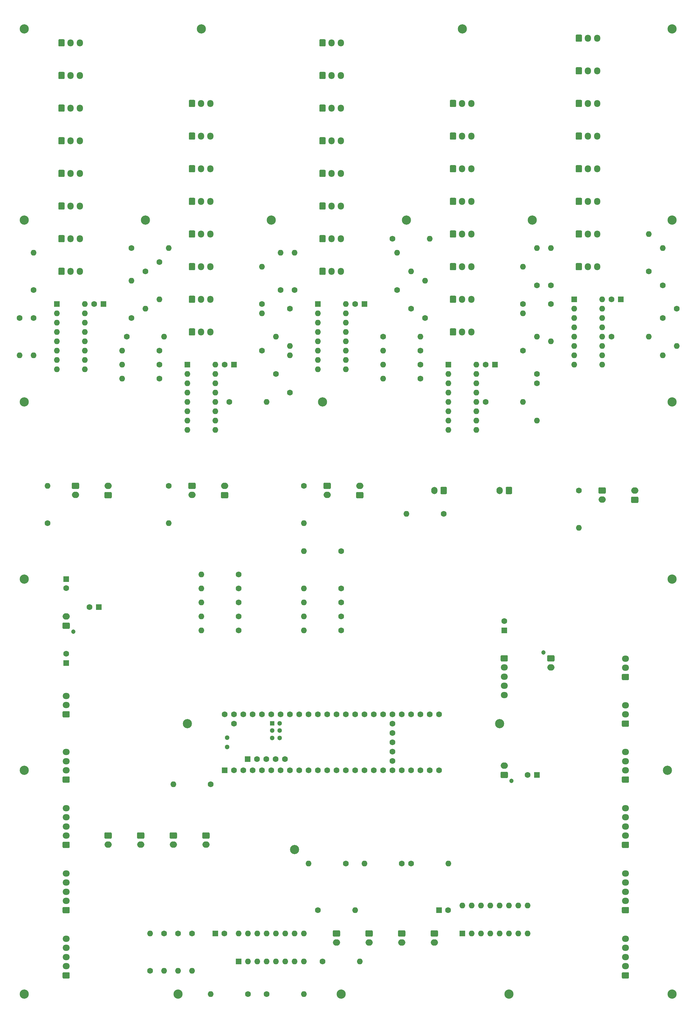
<source format=gbr>
%TF.GenerationSoftware,KiCad,Pcbnew,5.1.9*%
%TF.CreationDate,2021-03-04T21:17:50+01:00*%
%TF.ProjectId,mixer.pcb,6d697865-722e-4706-9362-2e6b69636164,0.2*%
%TF.SameCoordinates,Original*%
%TF.FileFunction,Soldermask,Top*%
%TF.FilePolarity,Negative*%
%FSLAX46Y46*%
G04 Gerber Fmt 4.6, Leading zero omitted, Abs format (unit mm)*
G04 Created by KiCad (PCBNEW 5.1.9) date 2021-03-04 21:17:50*
%MOMM*%
%LPD*%
G01*
G04 APERTURE LIST*
%ADD10C,2.500000*%
%ADD11C,1.600000*%
%ADD12O,1.600000X1.600000*%
%ADD13R,1.600000X1.600000*%
%ADD14O,1.950000X1.700000*%
%ADD15O,1.700000X1.950000*%
%ADD16O,2.000000X1.700000*%
%ADD17O,1.700000X2.000000*%
%ADD18R,1.300000X1.300000*%
%ADD19C,1.300000*%
%ADD20C,1.200000*%
G04 APERTURE END LIST*
D10*
%TO.C,REF\u002A\u002A*%
X154940000Y-68580000D03*
%TD*%
%TO.C,REF\u002A\u002A*%
X49530000Y-68580000D03*
%TD*%
%TO.C,REF\u002A\u002A*%
X83820000Y-68580000D03*
%TD*%
%TO.C,REF\u002A\u002A*%
X120650000Y-68580000D03*
%TD*%
%TO.C,REF\u002A\u002A*%
X146050000Y-205740000D03*
%TD*%
%TO.C,REF\u002A\u002A*%
X90170000Y-240030000D03*
%TD*%
%TO.C,REF\u002A\u002A*%
X60960000Y-205740000D03*
%TD*%
%TO.C,REF\u002A\u002A*%
X97790000Y-118110000D03*
%TD*%
%TO.C,REF\u002A\u002A*%
X16510000Y-68580000D03*
%TD*%
%TO.C,REF\u002A\u002A*%
X16510000Y-118110000D03*
%TD*%
%TO.C,REF\u002A\u002A*%
X16510000Y-166370000D03*
%TD*%
%TO.C,REF\u002A\u002A*%
X16510000Y-218440000D03*
%TD*%
%TO.C,REF\u002A\u002A*%
X148590000Y-279400000D03*
%TD*%
%TO.C,REF\u002A\u002A*%
X16510000Y-279400000D03*
%TD*%
%TO.C,REF\u002A\u002A*%
X58420000Y-279400000D03*
%TD*%
%TO.C,REF\u002A\u002A*%
X102870000Y-279400000D03*
%TD*%
%TO.C,REF\u002A\u002A*%
X193040000Y-279400000D03*
%TD*%
%TO.C,REF\u002A\u002A*%
X191770000Y-218440000D03*
%TD*%
%TO.C,REF\u002A\u002A*%
X193040000Y-166370000D03*
%TD*%
%TO.C,REF\u002A\u002A*%
X193040000Y-118110000D03*
%TD*%
%TO.C,REF\u002A\u002A*%
X193040000Y-68580000D03*
%TD*%
%TO.C,REF\u002A\u002A*%
X193040000Y-16510000D03*
%TD*%
%TO.C,REF\u002A\u002A*%
X135890000Y-16510000D03*
%TD*%
%TO.C,REF\u002A\u002A*%
X64770000Y-16510000D03*
%TD*%
%TO.C,REF\u002A\u002A*%
X16510000Y-16510000D03*
%TD*%
D11*
%TO.C,R2*%
X62230000Y-262890000D03*
D12*
X62230000Y-273050000D03*
%TD*%
D11*
%TO.C,R13*%
X15240000Y-95250000D03*
D12*
X15240000Y-105410000D03*
%TD*%
%TO.C,FX-BTNs1*%
X74930000Y-262890000D03*
X92710000Y-270510000D03*
X77470000Y-262890000D03*
X90170000Y-270510000D03*
X80010000Y-262890000D03*
X87630000Y-270510000D03*
X82550000Y-262890000D03*
X85090000Y-270510000D03*
X85090000Y-262890000D03*
X82550000Y-270510000D03*
X87630000Y-262890000D03*
X80010000Y-270510000D03*
X90170000Y-262890000D03*
X77470000Y-270510000D03*
X92710000Y-262890000D03*
D13*
X74930000Y-270510000D03*
%TD*%
D14*
%TO.C,fx1_enc2*%
X27940000Y-246540000D03*
X27940000Y-249040000D03*
X27940000Y-251540000D03*
X27940000Y-254040000D03*
G36*
G01*
X28665000Y-257390000D02*
X27215000Y-257390000D01*
G75*
G02*
X26965000Y-257140000I0J250000D01*
G01*
X26965000Y-255940000D01*
G75*
G02*
X27215000Y-255690000I250000J0D01*
G01*
X28665000Y-255690000D01*
G75*
G02*
X28915000Y-255940000I0J-250000D01*
G01*
X28915000Y-257140000D01*
G75*
G02*
X28665000Y-257390000I-250000J0D01*
G01*
G37*
%TD*%
D15*
%TO.C,MuxCh1_4*%
X31670000Y-46990000D03*
X29170000Y-46990000D03*
G36*
G01*
X25820000Y-47715000D02*
X25820000Y-46265000D01*
G75*
G02*
X26070000Y-46015000I250000J0D01*
G01*
X27270000Y-46015000D01*
G75*
G02*
X27520000Y-46265000I0J-250000D01*
G01*
X27520000Y-47715000D01*
G75*
G02*
X27270000Y-47965000I-250000J0D01*
G01*
X26070000Y-47965000D01*
G75*
G02*
X25820000Y-47715000I0J250000D01*
G01*
G37*
%TD*%
%TO.C,MuxCh1_5*%
X31670000Y-55880000D03*
X29170000Y-55880000D03*
G36*
G01*
X25820000Y-56605000D02*
X25820000Y-55155000D01*
G75*
G02*
X26070000Y-54905000I250000J0D01*
G01*
X27270000Y-54905000D01*
G75*
G02*
X27520000Y-55155000I0J-250000D01*
G01*
X27520000Y-56605000D01*
G75*
G02*
X27270000Y-56855000I-250000J0D01*
G01*
X26070000Y-56855000D01*
G75*
G02*
X25820000Y-56605000I0J250000D01*
G01*
G37*
%TD*%
%TO.C,MuxCh1_2*%
G36*
G01*
X25820000Y-29935000D02*
X25820000Y-28485000D01*
G75*
G02*
X26070000Y-28235000I250000J0D01*
G01*
X27270000Y-28235000D01*
G75*
G02*
X27520000Y-28485000I0J-250000D01*
G01*
X27520000Y-29935000D01*
G75*
G02*
X27270000Y-30185000I-250000J0D01*
G01*
X26070000Y-30185000D01*
G75*
G02*
X25820000Y-29935000I0J250000D01*
G01*
G37*
X29170000Y-29210000D03*
X31670000Y-29210000D03*
%TD*%
D13*
%TO.C,MuxCh1*%
X25400000Y-91440000D03*
D12*
X33020000Y-109220000D03*
X25400000Y-93980000D03*
X33020000Y-106680000D03*
X25400000Y-96520000D03*
X33020000Y-104140000D03*
X25400000Y-99060000D03*
X33020000Y-101600000D03*
X25400000Y-101600000D03*
X33020000Y-99060000D03*
X25400000Y-104140000D03*
X33020000Y-96520000D03*
X25400000Y-106680000D03*
X33020000Y-93980000D03*
X25400000Y-109220000D03*
X33020000Y-91440000D03*
%TD*%
D15*
%TO.C,MuxCh1_3*%
X31670000Y-38100000D03*
X29170000Y-38100000D03*
G36*
G01*
X25820000Y-38825000D02*
X25820000Y-37375000D01*
G75*
G02*
X26070000Y-37125000I250000J0D01*
G01*
X27270000Y-37125000D01*
G75*
G02*
X27520000Y-37375000I0J-250000D01*
G01*
X27520000Y-38825000D01*
G75*
G02*
X27270000Y-39075000I-250000J0D01*
G01*
X26070000Y-39075000D01*
G75*
G02*
X25820000Y-38825000I0J250000D01*
G01*
G37*
%TD*%
%TO.C,MuxCh1_6*%
G36*
G01*
X25820000Y-65495000D02*
X25820000Y-64045000D01*
G75*
G02*
X26070000Y-63795000I250000J0D01*
G01*
X27270000Y-63795000D01*
G75*
G02*
X27520000Y-64045000I0J-250000D01*
G01*
X27520000Y-65495000D01*
G75*
G02*
X27270000Y-65745000I-250000J0D01*
G01*
X26070000Y-65745000D01*
G75*
G02*
X25820000Y-65495000I0J250000D01*
G01*
G37*
X29170000Y-64770000D03*
X31670000Y-64770000D03*
%TD*%
%TO.C,MuxCh1_7*%
G36*
G01*
X25820000Y-74385000D02*
X25820000Y-72935000D01*
G75*
G02*
X26070000Y-72685000I250000J0D01*
G01*
X27270000Y-72685000D01*
G75*
G02*
X27520000Y-72935000I0J-250000D01*
G01*
X27520000Y-74385000D01*
G75*
G02*
X27270000Y-74635000I-250000J0D01*
G01*
X26070000Y-74635000D01*
G75*
G02*
X25820000Y-74385000I0J250000D01*
G01*
G37*
X29170000Y-73660000D03*
X31670000Y-73660000D03*
%TD*%
%TO.C,MuxCh1_8*%
X31670000Y-82550000D03*
X29170000Y-82550000D03*
G36*
G01*
X25820000Y-83275000D02*
X25820000Y-81825000D01*
G75*
G02*
X26070000Y-81575000I250000J0D01*
G01*
X27270000Y-81575000D01*
G75*
G02*
X27520000Y-81825000I0J-250000D01*
G01*
X27520000Y-83275000D01*
G75*
G02*
X27270000Y-83525000I-250000J0D01*
G01*
X26070000Y-83525000D01*
G75*
G02*
X25820000Y-83275000I0J250000D01*
G01*
G37*
%TD*%
%TO.C,MuxCh1_1*%
X31670000Y-20320000D03*
X29170000Y-20320000D03*
G36*
G01*
X25820000Y-21045000D02*
X25820000Y-19595000D01*
G75*
G02*
X26070000Y-19345000I250000J0D01*
G01*
X27270000Y-19345000D01*
G75*
G02*
X27520000Y-19595000I0J-250000D01*
G01*
X27520000Y-21045000D01*
G75*
G02*
X27270000Y-21295000I-250000J0D01*
G01*
X26070000Y-21295000D01*
G75*
G02*
X25820000Y-21045000I0J250000D01*
G01*
G37*
%TD*%
%TO.C,NeoPixel1*%
G36*
G01*
X28665000Y-204050000D02*
X27215000Y-204050000D01*
G75*
G02*
X26965000Y-203800000I0J250000D01*
G01*
X26965000Y-202600000D01*
G75*
G02*
X27215000Y-202350000I250000J0D01*
G01*
X28665000Y-202350000D01*
G75*
G02*
X28915000Y-202600000I0J-250000D01*
G01*
X28915000Y-203800000D01*
G75*
G02*
X28665000Y-204050000I-250000J0D01*
G01*
G37*
D14*
X27940000Y-200700000D03*
X27940000Y-198200000D03*
%TD*%
%TO.C,VU_Matrix1*%
X147320000Y-197960000D03*
X147320000Y-195460000D03*
X147320000Y-192960000D03*
X147320000Y-190460000D03*
G36*
G01*
X146595000Y-187110000D02*
X148045000Y-187110000D01*
G75*
G02*
X148295000Y-187360000I0J-250000D01*
G01*
X148295000Y-188560000D01*
G75*
G02*
X148045000Y-188810000I-250000J0D01*
G01*
X146595000Y-188810000D01*
G75*
G02*
X146345000Y-188560000I0J250000D01*
G01*
X146345000Y-187360000D01*
G75*
G02*
X146595000Y-187110000I250000J0D01*
G01*
G37*
%TD*%
%TO.C,display_1*%
G36*
G01*
X28665000Y-221830000D02*
X27215000Y-221830000D01*
G75*
G02*
X26965000Y-221580000I0J250000D01*
G01*
X26965000Y-220380000D01*
G75*
G02*
X27215000Y-220130000I250000J0D01*
G01*
X28665000Y-220130000D01*
G75*
G02*
X28915000Y-220380000I0J-250000D01*
G01*
X28915000Y-221580000D01*
G75*
G02*
X28665000Y-221830000I-250000J0D01*
G01*
G37*
X27940000Y-218480000D03*
X27940000Y-215980000D03*
X27940000Y-213480000D03*
%TD*%
%TO.C,display_2*%
X180340000Y-213480000D03*
X180340000Y-215980000D03*
X180340000Y-218480000D03*
G36*
G01*
X181065000Y-221830000D02*
X179615000Y-221830000D01*
G75*
G02*
X179365000Y-221580000I0J250000D01*
G01*
X179365000Y-220380000D01*
G75*
G02*
X179615000Y-220130000I250000J0D01*
G01*
X181065000Y-220130000D01*
G75*
G02*
X181315000Y-220380000I0J-250000D01*
G01*
X181315000Y-221580000D01*
G75*
G02*
X181065000Y-221830000I-250000J0D01*
G01*
G37*
%TD*%
%TO.C,fx1_btn1*%
G36*
G01*
X100850000Y-262040000D02*
X102350000Y-262040000D01*
G75*
G02*
X102600000Y-262290000I0J-250000D01*
G01*
X102600000Y-263490000D01*
G75*
G02*
X102350000Y-263740000I-250000J0D01*
G01*
X100850000Y-263740000D01*
G75*
G02*
X100600000Y-263490000I0J250000D01*
G01*
X100600000Y-262290000D01*
G75*
G02*
X100850000Y-262040000I250000J0D01*
G01*
G37*
D16*
X101600000Y-265390000D03*
%TD*%
%TO.C,fx1_btn2*%
X48260000Y-238720000D03*
G36*
G01*
X47510000Y-235370000D02*
X49010000Y-235370000D01*
G75*
G02*
X49260000Y-235620000I0J-250000D01*
G01*
X49260000Y-236820000D01*
G75*
G02*
X49010000Y-237070000I-250000J0D01*
G01*
X47510000Y-237070000D01*
G75*
G02*
X47260000Y-236820000I0J250000D01*
G01*
X47260000Y-235620000D01*
G75*
G02*
X47510000Y-235370000I250000J0D01*
G01*
G37*
%TD*%
%TO.C,fx1_btn3*%
X57150000Y-238720000D03*
G36*
G01*
X56400000Y-235370000D02*
X57900000Y-235370000D01*
G75*
G02*
X58150000Y-235620000I0J-250000D01*
G01*
X58150000Y-236820000D01*
G75*
G02*
X57900000Y-237070000I-250000J0D01*
G01*
X56400000Y-237070000D01*
G75*
G02*
X56150000Y-236820000I0J250000D01*
G01*
X56150000Y-235620000D01*
G75*
G02*
X56400000Y-235370000I250000J0D01*
G01*
G37*
%TD*%
%TO.C,fx1_btn4*%
G36*
G01*
X65290000Y-235370000D02*
X66790000Y-235370000D01*
G75*
G02*
X67040000Y-235620000I0J-250000D01*
G01*
X67040000Y-236820000D01*
G75*
G02*
X66790000Y-237070000I-250000J0D01*
G01*
X65290000Y-237070000D01*
G75*
G02*
X65040000Y-236820000I0J250000D01*
G01*
X65040000Y-235620000D01*
G75*
G02*
X65290000Y-235370000I250000J0D01*
G01*
G37*
X66040000Y-238720000D03*
%TD*%
D14*
%TO.C,fx1_enc1*%
X27940000Y-228760000D03*
X27940000Y-231260000D03*
X27940000Y-233760000D03*
X27940000Y-236260000D03*
G36*
G01*
X28665000Y-239610000D02*
X27215000Y-239610000D01*
G75*
G02*
X26965000Y-239360000I0J250000D01*
G01*
X26965000Y-238160000D01*
G75*
G02*
X27215000Y-237910000I250000J0D01*
G01*
X28665000Y-237910000D01*
G75*
G02*
X28915000Y-238160000I0J-250000D01*
G01*
X28915000Y-239360000D01*
G75*
G02*
X28665000Y-239610000I-250000J0D01*
G01*
G37*
%TD*%
%TO.C,fx1_enc3*%
X27940000Y-264320000D03*
X27940000Y-266820000D03*
X27940000Y-269320000D03*
X27940000Y-271820000D03*
G36*
G01*
X28665000Y-275170000D02*
X27215000Y-275170000D01*
G75*
G02*
X26965000Y-274920000I0J250000D01*
G01*
X26965000Y-273720000D01*
G75*
G02*
X27215000Y-273470000I250000J0D01*
G01*
X28665000Y-273470000D01*
G75*
G02*
X28915000Y-273720000I0J-250000D01*
G01*
X28915000Y-274920000D01*
G75*
G02*
X28665000Y-275170000I-250000J0D01*
G01*
G37*
%TD*%
D16*
%TO.C,fx2_btn1*%
X39370000Y-238720000D03*
G36*
G01*
X38620000Y-235370000D02*
X40120000Y-235370000D01*
G75*
G02*
X40370000Y-235620000I0J-250000D01*
G01*
X40370000Y-236820000D01*
G75*
G02*
X40120000Y-237070000I-250000J0D01*
G01*
X38620000Y-237070000D01*
G75*
G02*
X38370000Y-236820000I0J250000D01*
G01*
X38370000Y-235620000D01*
G75*
G02*
X38620000Y-235370000I250000J0D01*
G01*
G37*
%TD*%
%TO.C,fx2_btn2*%
G36*
G01*
X109740000Y-262040000D02*
X111240000Y-262040000D01*
G75*
G02*
X111490000Y-262290000I0J-250000D01*
G01*
X111490000Y-263490000D01*
G75*
G02*
X111240000Y-263740000I-250000J0D01*
G01*
X109740000Y-263740000D01*
G75*
G02*
X109490000Y-263490000I0J250000D01*
G01*
X109490000Y-262290000D01*
G75*
G02*
X109740000Y-262040000I250000J0D01*
G01*
G37*
X110490000Y-265390000D03*
%TD*%
%TO.C,fx2_btn3*%
X119380000Y-265390000D03*
G36*
G01*
X118630000Y-262040000D02*
X120130000Y-262040000D01*
G75*
G02*
X120380000Y-262290000I0J-250000D01*
G01*
X120380000Y-263490000D01*
G75*
G02*
X120130000Y-263740000I-250000J0D01*
G01*
X118630000Y-263740000D01*
G75*
G02*
X118380000Y-263490000I0J250000D01*
G01*
X118380000Y-262290000D01*
G75*
G02*
X118630000Y-262040000I250000J0D01*
G01*
G37*
%TD*%
%TO.C,fx2_btn4*%
G36*
G01*
X127520000Y-262040000D02*
X129020000Y-262040000D01*
G75*
G02*
X129270000Y-262290000I0J-250000D01*
G01*
X129270000Y-263490000D01*
G75*
G02*
X129020000Y-263740000I-250000J0D01*
G01*
X127520000Y-263740000D01*
G75*
G02*
X127270000Y-263490000I0J250000D01*
G01*
X127270000Y-262290000D01*
G75*
G02*
X127520000Y-262040000I250000J0D01*
G01*
G37*
X128270000Y-265390000D03*
%TD*%
%TO.C,fx2_enc1*%
G36*
G01*
X181065000Y-239610000D02*
X179615000Y-239610000D01*
G75*
G02*
X179365000Y-239360000I0J250000D01*
G01*
X179365000Y-238160000D01*
G75*
G02*
X179615000Y-237910000I250000J0D01*
G01*
X181065000Y-237910000D01*
G75*
G02*
X181315000Y-238160000I0J-250000D01*
G01*
X181315000Y-239360000D01*
G75*
G02*
X181065000Y-239610000I-250000J0D01*
G01*
G37*
D14*
X180340000Y-236260000D03*
X180340000Y-233760000D03*
X180340000Y-231260000D03*
X180340000Y-228760000D03*
%TD*%
%TO.C,fx2_enc2*%
X180340000Y-246540000D03*
X180340000Y-249040000D03*
X180340000Y-251540000D03*
X180340000Y-254040000D03*
G36*
G01*
X181065000Y-257390000D02*
X179615000Y-257390000D01*
G75*
G02*
X179365000Y-257140000I0J250000D01*
G01*
X179365000Y-255940000D01*
G75*
G02*
X179615000Y-255690000I250000J0D01*
G01*
X181065000Y-255690000D01*
G75*
G02*
X181315000Y-255940000I0J-250000D01*
G01*
X181315000Y-257140000D01*
G75*
G02*
X181065000Y-257390000I-250000J0D01*
G01*
G37*
%TD*%
%TO.C,fx2_enc3*%
G36*
G01*
X181065000Y-275170000D02*
X179615000Y-275170000D01*
G75*
G02*
X179365000Y-274920000I0J250000D01*
G01*
X179365000Y-273720000D01*
G75*
G02*
X179615000Y-273470000I250000J0D01*
G01*
X181065000Y-273470000D01*
G75*
G02*
X181315000Y-273720000I0J-250000D01*
G01*
X181315000Y-274920000D01*
G75*
G02*
X181065000Y-275170000I-250000J0D01*
G01*
G37*
X180340000Y-271820000D03*
X180340000Y-269320000D03*
X180340000Y-266820000D03*
X180340000Y-264320000D03*
%TD*%
D13*
%TO.C,fxEncBtns1*%
X135890000Y-262890000D03*
D12*
X153670000Y-255270000D03*
X138430000Y-262890000D03*
X151130000Y-255270000D03*
X140970000Y-262890000D03*
X148590000Y-255270000D03*
X143510000Y-262890000D03*
X146050000Y-255270000D03*
X146050000Y-262890000D03*
X143510000Y-255270000D03*
X148590000Y-262890000D03*
X140970000Y-255270000D03*
X151130000Y-262890000D03*
X138430000Y-255270000D03*
X153670000Y-262890000D03*
X135890000Y-255270000D03*
%TD*%
%TO.C,pfl_btn_1*%
G36*
G01*
X40120000Y-144360000D02*
X38620000Y-144360000D01*
G75*
G02*
X38370000Y-144110000I0J250000D01*
G01*
X38370000Y-142910000D01*
G75*
G02*
X38620000Y-142660000I250000J0D01*
G01*
X40120000Y-142660000D01*
G75*
G02*
X40370000Y-142910000I0J-250000D01*
G01*
X40370000Y-144110000D01*
G75*
G02*
X40120000Y-144360000I-250000J0D01*
G01*
G37*
D16*
X39370000Y-141010000D03*
%TD*%
%TO.C,pfl_btn_2*%
X71120000Y-141010000D03*
G36*
G01*
X71870000Y-144360000D02*
X70370000Y-144360000D01*
G75*
G02*
X70120000Y-144110000I0J250000D01*
G01*
X70120000Y-142910000D01*
G75*
G02*
X70370000Y-142660000I250000J0D01*
G01*
X71870000Y-142660000D01*
G75*
G02*
X72120000Y-142910000I0J-250000D01*
G01*
X72120000Y-144110000D01*
G75*
G02*
X71870000Y-144360000I-250000J0D01*
G01*
G37*
%TD*%
%TO.C,pfl_btn_3*%
G36*
G01*
X108700000Y-144360000D02*
X107200000Y-144360000D01*
G75*
G02*
X106950000Y-144110000I0J250000D01*
G01*
X106950000Y-142910000D01*
G75*
G02*
X107200000Y-142660000I250000J0D01*
G01*
X108700000Y-142660000D01*
G75*
G02*
X108950000Y-142910000I0J-250000D01*
G01*
X108950000Y-144110000D01*
G75*
G02*
X108700000Y-144360000I-250000J0D01*
G01*
G37*
X107950000Y-141010000D03*
%TD*%
D17*
%TO.C,pfl_btn_4*%
X146090000Y-142240000D03*
G36*
G01*
X149440000Y-141490000D02*
X149440000Y-142990000D01*
G75*
G02*
X149190000Y-143240000I-250000J0D01*
G01*
X147990000Y-143240000D01*
G75*
G02*
X147740000Y-142990000I0J250000D01*
G01*
X147740000Y-141490000D01*
G75*
G02*
X147990000Y-141240000I250000J0D01*
G01*
X149190000Y-141240000D01*
G75*
G02*
X149440000Y-141490000I0J-250000D01*
G01*
G37*
%TD*%
%TO.C,pfl_btn_master1*%
G36*
G01*
X183630000Y-145630000D02*
X182130000Y-145630000D01*
G75*
G02*
X181880000Y-145380000I0J250000D01*
G01*
X181880000Y-144180000D01*
G75*
G02*
X182130000Y-143930000I250000J0D01*
G01*
X183630000Y-143930000D01*
G75*
G02*
X183880000Y-144180000I0J-250000D01*
G01*
X183880000Y-145380000D01*
G75*
G02*
X183630000Y-145630000I-250000J0D01*
G01*
G37*
D16*
X182880000Y-142280000D03*
%TD*%
%TO.C,pfl_led_1*%
X30480000Y-143470000D03*
G36*
G01*
X29730000Y-140120000D02*
X31230000Y-140120000D01*
G75*
G02*
X31480000Y-140370000I0J-250000D01*
G01*
X31480000Y-141570000D01*
G75*
G02*
X31230000Y-141820000I-250000J0D01*
G01*
X29730000Y-141820000D01*
G75*
G02*
X29480000Y-141570000I0J250000D01*
G01*
X29480000Y-140370000D01*
G75*
G02*
X29730000Y-140120000I250000J0D01*
G01*
G37*
%TD*%
%TO.C,pfl_led_2*%
G36*
G01*
X61480000Y-140120000D02*
X62980000Y-140120000D01*
G75*
G02*
X63230000Y-140370000I0J-250000D01*
G01*
X63230000Y-141570000D01*
G75*
G02*
X62980000Y-141820000I-250000J0D01*
G01*
X61480000Y-141820000D01*
G75*
G02*
X61230000Y-141570000I0J250000D01*
G01*
X61230000Y-140370000D01*
G75*
G02*
X61480000Y-140120000I250000J0D01*
G01*
G37*
X62230000Y-143470000D03*
%TD*%
%TO.C,pfl_led_3*%
G36*
G01*
X98310000Y-140120000D02*
X99810000Y-140120000D01*
G75*
G02*
X100060000Y-140370000I0J-250000D01*
G01*
X100060000Y-141570000D01*
G75*
G02*
X99810000Y-141820000I-250000J0D01*
G01*
X98310000Y-141820000D01*
G75*
G02*
X98060000Y-141570000I0J250000D01*
G01*
X98060000Y-140370000D01*
G75*
G02*
X98310000Y-140120000I250000J0D01*
G01*
G37*
X99060000Y-143470000D03*
%TD*%
D17*
%TO.C,pfl_led_4*%
X128310000Y-142240000D03*
G36*
G01*
X131660000Y-141490000D02*
X131660000Y-142990000D01*
G75*
G02*
X131410000Y-143240000I-250000J0D01*
G01*
X130210000Y-143240000D01*
G75*
G02*
X129960000Y-142990000I0J250000D01*
G01*
X129960000Y-141490000D01*
G75*
G02*
X130210000Y-141240000I250000J0D01*
G01*
X131410000Y-141240000D01*
G75*
G02*
X131660000Y-141490000I0J-250000D01*
G01*
G37*
%TD*%
D16*
%TO.C,pfl_led_master1*%
X173990000Y-144740000D03*
G36*
G01*
X173240000Y-141390000D02*
X174740000Y-141390000D01*
G75*
G02*
X174990000Y-141640000I0J-250000D01*
G01*
X174990000Y-142840000D01*
G75*
G02*
X174740000Y-143090000I-250000J0D01*
G01*
X173240000Y-143090000D01*
G75*
G02*
X172990000Y-142840000I0J250000D01*
G01*
X172990000Y-141640000D01*
G75*
G02*
X173240000Y-141390000I250000J0D01*
G01*
G37*
%TD*%
D14*
%TO.C,spare(28)1*%
X180340000Y-188040000D03*
X180340000Y-190540000D03*
G36*
G01*
X181065000Y-193890000D02*
X179615000Y-193890000D01*
G75*
G02*
X179365000Y-193640000I0J250000D01*
G01*
X179365000Y-192440000D01*
G75*
G02*
X179615000Y-192190000I250000J0D01*
G01*
X181065000Y-192190000D01*
G75*
G02*
X181315000Y-192440000I0J-250000D01*
G01*
X181315000Y-193640000D01*
G75*
G02*
X181065000Y-193890000I-250000J0D01*
G01*
G37*
%TD*%
%TO.C,spare(29)1*%
X180340000Y-200740000D03*
X180340000Y-203240000D03*
G36*
G01*
X181065000Y-206590000D02*
X179615000Y-206590000D01*
G75*
G02*
X179365000Y-206340000I0J250000D01*
G01*
X179365000Y-205140000D01*
G75*
G02*
X179615000Y-204890000I250000J0D01*
G01*
X181065000Y-204890000D01*
G75*
G02*
X181315000Y-205140000I0J-250000D01*
G01*
X181315000Y-206340000D01*
G75*
G02*
X181065000Y-206590000I-250000J0D01*
G01*
G37*
%TD*%
D11*
%TO.C,U5*%
X73660000Y-205740000D03*
X87579200Y-215389200D03*
X85039200Y-215389200D03*
X82499200Y-215389200D03*
X79959200Y-215389200D03*
D13*
X77419200Y-215389200D03*
D11*
X71120000Y-203200000D03*
X73660000Y-203200000D03*
X76200000Y-203200000D03*
X78740000Y-203200000D03*
X81280000Y-203200000D03*
X83820000Y-203200000D03*
X86360000Y-203200000D03*
X88900000Y-203200000D03*
X91440000Y-203200000D03*
X93980000Y-203200000D03*
X96520000Y-203200000D03*
X99060000Y-203200000D03*
X101600000Y-203200000D03*
X104140000Y-203200000D03*
D13*
X71120000Y-218440000D03*
D11*
X73660000Y-218440000D03*
X76200000Y-218440000D03*
X78740000Y-218440000D03*
X81280000Y-218440000D03*
X83820000Y-218440000D03*
X86360000Y-218440000D03*
X88900000Y-218440000D03*
X91440000Y-218440000D03*
X93980000Y-218440000D03*
X96520000Y-218440000D03*
X99060000Y-218440000D03*
X101600000Y-218440000D03*
X106680000Y-203200000D03*
X109220000Y-203200000D03*
X111760000Y-203200000D03*
X114300000Y-203200000D03*
X116840000Y-203200000D03*
X119380000Y-203200000D03*
X121920000Y-203200000D03*
X124460000Y-203200000D03*
X127000000Y-203200000D03*
X129540000Y-203200000D03*
X129540000Y-218440000D03*
X127000000Y-218440000D03*
X124460000Y-218440000D03*
X121920000Y-218440000D03*
X104140000Y-218440000D03*
X106680000Y-218440000D03*
X109220000Y-218440000D03*
X119380000Y-218440000D03*
X116840000Y-218440000D03*
X114300000Y-218440000D03*
X111760000Y-218440000D03*
D18*
X84090000Y-205638400D03*
D19*
X86090000Y-205638400D03*
X84090000Y-207638400D03*
X86090000Y-207638400D03*
X86090000Y-209638400D03*
X84090000Y-209638400D03*
D11*
X116840000Y-215900000D03*
X116840000Y-213360000D03*
X116840000Y-210820000D03*
X116840000Y-208280000D03*
X116840000Y-205740000D03*
D19*
X71850000Y-212090000D03*
X71850000Y-209550000D03*
%TD*%
D13*
%TO.C,C1*%
X27940000Y-189230000D03*
D11*
X27940000Y-186730000D03*
%TD*%
D12*
%TO.C,MuxCh2*%
X68580000Y-107950000D03*
X60960000Y-125730000D03*
X68580000Y-110490000D03*
X60960000Y-123190000D03*
X68580000Y-113030000D03*
X60960000Y-120650000D03*
X68580000Y-115570000D03*
X60960000Y-118110000D03*
X68580000Y-118110000D03*
X60960000Y-115570000D03*
X68580000Y-120650000D03*
X60960000Y-113030000D03*
X68580000Y-123190000D03*
X60960000Y-110490000D03*
X68580000Y-125730000D03*
D13*
X60960000Y-107950000D03*
%TD*%
D12*
%TO.C,MuxCh3*%
X104140000Y-91440000D03*
X96520000Y-109220000D03*
X104140000Y-93980000D03*
X96520000Y-106680000D03*
X104140000Y-96520000D03*
X96520000Y-104140000D03*
X104140000Y-99060000D03*
X96520000Y-101600000D03*
X104140000Y-101600000D03*
X96520000Y-99060000D03*
X104140000Y-104140000D03*
X96520000Y-96520000D03*
X104140000Y-106680000D03*
X96520000Y-93980000D03*
X104140000Y-109220000D03*
D13*
X96520000Y-91440000D03*
%TD*%
%TO.C,MuxCh4*%
X132080000Y-107950000D03*
D12*
X139700000Y-125730000D03*
X132080000Y-110490000D03*
X139700000Y-123190000D03*
X132080000Y-113030000D03*
X139700000Y-120650000D03*
X132080000Y-115570000D03*
X139700000Y-118110000D03*
X132080000Y-118110000D03*
X139700000Y-115570000D03*
X132080000Y-120650000D03*
X139700000Y-113030000D03*
X132080000Y-123190000D03*
X139700000Y-110490000D03*
X132080000Y-125730000D03*
X139700000Y-107950000D03*
%TD*%
D13*
%TO.C,MuxCh5*%
X166370000Y-90170000D03*
D12*
X173990000Y-107950000D03*
X166370000Y-92710000D03*
X173990000Y-105410000D03*
X166370000Y-95250000D03*
X173990000Y-102870000D03*
X166370000Y-97790000D03*
X173990000Y-100330000D03*
X166370000Y-100330000D03*
X173990000Y-97790000D03*
X166370000Y-102870000D03*
X173990000Y-95250000D03*
X166370000Y-105410000D03*
X173990000Y-92710000D03*
X166370000Y-107950000D03*
X173990000Y-90170000D03*
%TD*%
D15*
%TO.C,MuxCh1_9*%
X67230000Y-36830000D03*
X64730000Y-36830000D03*
G36*
G01*
X61380000Y-37555000D02*
X61380000Y-36105000D01*
G75*
G02*
X61630000Y-35855000I250000J0D01*
G01*
X62830000Y-35855000D01*
G75*
G02*
X63080000Y-36105000I0J-250000D01*
G01*
X63080000Y-37555000D01*
G75*
G02*
X62830000Y-37805000I-250000J0D01*
G01*
X61630000Y-37805000D01*
G75*
G02*
X61380000Y-37555000I0J250000D01*
G01*
G37*
%TD*%
%TO.C,MuxCh1_10*%
X67230000Y-45720000D03*
X64730000Y-45720000D03*
G36*
G01*
X61380000Y-46445000D02*
X61380000Y-44995000D01*
G75*
G02*
X61630000Y-44745000I250000J0D01*
G01*
X62830000Y-44745000D01*
G75*
G02*
X63080000Y-44995000I0J-250000D01*
G01*
X63080000Y-46445000D01*
G75*
G02*
X62830000Y-46695000I-250000J0D01*
G01*
X61630000Y-46695000D01*
G75*
G02*
X61380000Y-46445000I0J250000D01*
G01*
G37*
%TD*%
%TO.C,MuxCh1_11*%
G36*
G01*
X61380000Y-55335000D02*
X61380000Y-53885000D01*
G75*
G02*
X61630000Y-53635000I250000J0D01*
G01*
X62830000Y-53635000D01*
G75*
G02*
X63080000Y-53885000I0J-250000D01*
G01*
X63080000Y-55335000D01*
G75*
G02*
X62830000Y-55585000I-250000J0D01*
G01*
X61630000Y-55585000D01*
G75*
G02*
X61380000Y-55335000I0J250000D01*
G01*
G37*
X64730000Y-54610000D03*
X67230000Y-54610000D03*
%TD*%
%TO.C,MuxCh1_12*%
G36*
G01*
X61380000Y-64225000D02*
X61380000Y-62775000D01*
G75*
G02*
X61630000Y-62525000I250000J0D01*
G01*
X62830000Y-62525000D01*
G75*
G02*
X63080000Y-62775000I0J-250000D01*
G01*
X63080000Y-64225000D01*
G75*
G02*
X62830000Y-64475000I-250000J0D01*
G01*
X61630000Y-64475000D01*
G75*
G02*
X61380000Y-64225000I0J250000D01*
G01*
G37*
X64730000Y-63500000D03*
X67230000Y-63500000D03*
%TD*%
%TO.C,MuxCh1_13*%
G36*
G01*
X61380000Y-73115000D02*
X61380000Y-71665000D01*
G75*
G02*
X61630000Y-71415000I250000J0D01*
G01*
X62830000Y-71415000D01*
G75*
G02*
X63080000Y-71665000I0J-250000D01*
G01*
X63080000Y-73115000D01*
G75*
G02*
X62830000Y-73365000I-250000J0D01*
G01*
X61630000Y-73365000D01*
G75*
G02*
X61380000Y-73115000I0J250000D01*
G01*
G37*
X64730000Y-72390000D03*
X67230000Y-72390000D03*
%TD*%
%TO.C,MuxCh1_14*%
X67230000Y-81280000D03*
X64730000Y-81280000D03*
G36*
G01*
X61380000Y-82005000D02*
X61380000Y-80555000D01*
G75*
G02*
X61630000Y-80305000I250000J0D01*
G01*
X62830000Y-80305000D01*
G75*
G02*
X63080000Y-80555000I0J-250000D01*
G01*
X63080000Y-82005000D01*
G75*
G02*
X62830000Y-82255000I-250000J0D01*
G01*
X61630000Y-82255000D01*
G75*
G02*
X61380000Y-82005000I0J250000D01*
G01*
G37*
%TD*%
%TO.C,MuxCh1_15*%
X67230000Y-90170000D03*
X64730000Y-90170000D03*
G36*
G01*
X61380000Y-90895000D02*
X61380000Y-89445000D01*
G75*
G02*
X61630000Y-89195000I250000J0D01*
G01*
X62830000Y-89195000D01*
G75*
G02*
X63080000Y-89445000I0J-250000D01*
G01*
X63080000Y-90895000D01*
G75*
G02*
X62830000Y-91145000I-250000J0D01*
G01*
X61630000Y-91145000D01*
G75*
G02*
X61380000Y-90895000I0J250000D01*
G01*
G37*
%TD*%
%TO.C,MuxCh1_16*%
G36*
G01*
X61380000Y-99785000D02*
X61380000Y-98335000D01*
G75*
G02*
X61630000Y-98085000I250000J0D01*
G01*
X62830000Y-98085000D01*
G75*
G02*
X63080000Y-98335000I0J-250000D01*
G01*
X63080000Y-99785000D01*
G75*
G02*
X62830000Y-100035000I-250000J0D01*
G01*
X61630000Y-100035000D01*
G75*
G02*
X61380000Y-99785000I0J250000D01*
G01*
G37*
X64730000Y-99060000D03*
X67230000Y-99060000D03*
%TD*%
%TO.C,MuxCh1_17*%
G36*
G01*
X96940000Y-21045000D02*
X96940000Y-19595000D01*
G75*
G02*
X97190000Y-19345000I250000J0D01*
G01*
X98390000Y-19345000D01*
G75*
G02*
X98640000Y-19595000I0J-250000D01*
G01*
X98640000Y-21045000D01*
G75*
G02*
X98390000Y-21295000I-250000J0D01*
G01*
X97190000Y-21295000D01*
G75*
G02*
X96940000Y-21045000I0J250000D01*
G01*
G37*
X100290000Y-20320000D03*
X102790000Y-20320000D03*
%TD*%
%TO.C,MuxCh1_18*%
X102790000Y-29210000D03*
X100290000Y-29210000D03*
G36*
G01*
X96940000Y-29935000D02*
X96940000Y-28485000D01*
G75*
G02*
X97190000Y-28235000I250000J0D01*
G01*
X98390000Y-28235000D01*
G75*
G02*
X98640000Y-28485000I0J-250000D01*
G01*
X98640000Y-29935000D01*
G75*
G02*
X98390000Y-30185000I-250000J0D01*
G01*
X97190000Y-30185000D01*
G75*
G02*
X96940000Y-29935000I0J250000D01*
G01*
G37*
%TD*%
%TO.C,MuxCh1_19*%
G36*
G01*
X96940000Y-38825000D02*
X96940000Y-37375000D01*
G75*
G02*
X97190000Y-37125000I250000J0D01*
G01*
X98390000Y-37125000D01*
G75*
G02*
X98640000Y-37375000I0J-250000D01*
G01*
X98640000Y-38825000D01*
G75*
G02*
X98390000Y-39075000I-250000J0D01*
G01*
X97190000Y-39075000D01*
G75*
G02*
X96940000Y-38825000I0J250000D01*
G01*
G37*
X100290000Y-38100000D03*
X102790000Y-38100000D03*
%TD*%
%TO.C,MuxCh1_20*%
G36*
G01*
X96940000Y-47715000D02*
X96940000Y-46265000D01*
G75*
G02*
X97190000Y-46015000I250000J0D01*
G01*
X98390000Y-46015000D01*
G75*
G02*
X98640000Y-46265000I0J-250000D01*
G01*
X98640000Y-47715000D01*
G75*
G02*
X98390000Y-47965000I-250000J0D01*
G01*
X97190000Y-47965000D01*
G75*
G02*
X96940000Y-47715000I0J250000D01*
G01*
G37*
X100290000Y-46990000D03*
X102790000Y-46990000D03*
%TD*%
%TO.C,MuxCh1_21*%
X102790000Y-55880000D03*
X100290000Y-55880000D03*
G36*
G01*
X96940000Y-56605000D02*
X96940000Y-55155000D01*
G75*
G02*
X97190000Y-54905000I250000J0D01*
G01*
X98390000Y-54905000D01*
G75*
G02*
X98640000Y-55155000I0J-250000D01*
G01*
X98640000Y-56605000D01*
G75*
G02*
X98390000Y-56855000I-250000J0D01*
G01*
X97190000Y-56855000D01*
G75*
G02*
X96940000Y-56605000I0J250000D01*
G01*
G37*
%TD*%
%TO.C,MuxCh1_22*%
G36*
G01*
X96940000Y-65495000D02*
X96940000Y-64045000D01*
G75*
G02*
X97190000Y-63795000I250000J0D01*
G01*
X98390000Y-63795000D01*
G75*
G02*
X98640000Y-64045000I0J-250000D01*
G01*
X98640000Y-65495000D01*
G75*
G02*
X98390000Y-65745000I-250000J0D01*
G01*
X97190000Y-65745000D01*
G75*
G02*
X96940000Y-65495000I0J250000D01*
G01*
G37*
X100290000Y-64770000D03*
X102790000Y-64770000D03*
%TD*%
%TO.C,MuxCh1_23*%
G36*
G01*
X96940000Y-74385000D02*
X96940000Y-72935000D01*
G75*
G02*
X97190000Y-72685000I250000J0D01*
G01*
X98390000Y-72685000D01*
G75*
G02*
X98640000Y-72935000I0J-250000D01*
G01*
X98640000Y-74385000D01*
G75*
G02*
X98390000Y-74635000I-250000J0D01*
G01*
X97190000Y-74635000D01*
G75*
G02*
X96940000Y-74385000I0J250000D01*
G01*
G37*
X100290000Y-73660000D03*
X102790000Y-73660000D03*
%TD*%
%TO.C,MuxCh1_24*%
X102790000Y-82550000D03*
X100290000Y-82550000D03*
G36*
G01*
X96940000Y-83275000D02*
X96940000Y-81825000D01*
G75*
G02*
X97190000Y-81575000I250000J0D01*
G01*
X98390000Y-81575000D01*
G75*
G02*
X98640000Y-81825000I0J-250000D01*
G01*
X98640000Y-83275000D01*
G75*
G02*
X98390000Y-83525000I-250000J0D01*
G01*
X97190000Y-83525000D01*
G75*
G02*
X96940000Y-83275000I0J250000D01*
G01*
G37*
%TD*%
%TO.C,MuxCh1_25*%
G36*
G01*
X132500000Y-37555000D02*
X132500000Y-36105000D01*
G75*
G02*
X132750000Y-35855000I250000J0D01*
G01*
X133950000Y-35855000D01*
G75*
G02*
X134200000Y-36105000I0J-250000D01*
G01*
X134200000Y-37555000D01*
G75*
G02*
X133950000Y-37805000I-250000J0D01*
G01*
X132750000Y-37805000D01*
G75*
G02*
X132500000Y-37555000I0J250000D01*
G01*
G37*
X135850000Y-36830000D03*
X138350000Y-36830000D03*
%TD*%
%TO.C,MuxCh1_26*%
X138350000Y-45720000D03*
X135850000Y-45720000D03*
G36*
G01*
X132500000Y-46445000D02*
X132500000Y-44995000D01*
G75*
G02*
X132750000Y-44745000I250000J0D01*
G01*
X133950000Y-44745000D01*
G75*
G02*
X134200000Y-44995000I0J-250000D01*
G01*
X134200000Y-46445000D01*
G75*
G02*
X133950000Y-46695000I-250000J0D01*
G01*
X132750000Y-46695000D01*
G75*
G02*
X132500000Y-46445000I0J250000D01*
G01*
G37*
%TD*%
%TO.C,MuxCh1_27*%
X138350000Y-54610000D03*
X135850000Y-54610000D03*
G36*
G01*
X132500000Y-55335000D02*
X132500000Y-53885000D01*
G75*
G02*
X132750000Y-53635000I250000J0D01*
G01*
X133950000Y-53635000D01*
G75*
G02*
X134200000Y-53885000I0J-250000D01*
G01*
X134200000Y-55335000D01*
G75*
G02*
X133950000Y-55585000I-250000J0D01*
G01*
X132750000Y-55585000D01*
G75*
G02*
X132500000Y-55335000I0J250000D01*
G01*
G37*
%TD*%
%TO.C,MuxCh1_28*%
G36*
G01*
X132500000Y-64225000D02*
X132500000Y-62775000D01*
G75*
G02*
X132750000Y-62525000I250000J0D01*
G01*
X133950000Y-62525000D01*
G75*
G02*
X134200000Y-62775000I0J-250000D01*
G01*
X134200000Y-64225000D01*
G75*
G02*
X133950000Y-64475000I-250000J0D01*
G01*
X132750000Y-64475000D01*
G75*
G02*
X132500000Y-64225000I0J250000D01*
G01*
G37*
X135850000Y-63500000D03*
X138350000Y-63500000D03*
%TD*%
%TO.C,MuxCh1_29*%
X138350000Y-72390000D03*
X135850000Y-72390000D03*
G36*
G01*
X132500000Y-73115000D02*
X132500000Y-71665000D01*
G75*
G02*
X132750000Y-71415000I250000J0D01*
G01*
X133950000Y-71415000D01*
G75*
G02*
X134200000Y-71665000I0J-250000D01*
G01*
X134200000Y-73115000D01*
G75*
G02*
X133950000Y-73365000I-250000J0D01*
G01*
X132750000Y-73365000D01*
G75*
G02*
X132500000Y-73115000I0J250000D01*
G01*
G37*
%TD*%
%TO.C,MuxCh1_30*%
G36*
G01*
X132500000Y-82005000D02*
X132500000Y-80555000D01*
G75*
G02*
X132750000Y-80305000I250000J0D01*
G01*
X133950000Y-80305000D01*
G75*
G02*
X134200000Y-80555000I0J-250000D01*
G01*
X134200000Y-82005000D01*
G75*
G02*
X133950000Y-82255000I-250000J0D01*
G01*
X132750000Y-82255000D01*
G75*
G02*
X132500000Y-82005000I0J250000D01*
G01*
G37*
X135850000Y-81280000D03*
X138350000Y-81280000D03*
%TD*%
%TO.C,MuxCh1_31*%
X138350000Y-90170000D03*
X135850000Y-90170000D03*
G36*
G01*
X132500000Y-90895000D02*
X132500000Y-89445000D01*
G75*
G02*
X132750000Y-89195000I250000J0D01*
G01*
X133950000Y-89195000D01*
G75*
G02*
X134200000Y-89445000I0J-250000D01*
G01*
X134200000Y-90895000D01*
G75*
G02*
X133950000Y-91145000I-250000J0D01*
G01*
X132750000Y-91145000D01*
G75*
G02*
X132500000Y-90895000I0J250000D01*
G01*
G37*
%TD*%
%TO.C,MuxCh1_32*%
X138350000Y-99060000D03*
X135850000Y-99060000D03*
G36*
G01*
X132500000Y-99785000D02*
X132500000Y-98335000D01*
G75*
G02*
X132750000Y-98085000I250000J0D01*
G01*
X133950000Y-98085000D01*
G75*
G02*
X134200000Y-98335000I0J-250000D01*
G01*
X134200000Y-99785000D01*
G75*
G02*
X133950000Y-100035000I-250000J0D01*
G01*
X132750000Y-100035000D01*
G75*
G02*
X132500000Y-99785000I0J250000D01*
G01*
G37*
%TD*%
%TO.C,MuxCh1_33*%
G36*
G01*
X166790000Y-19775000D02*
X166790000Y-18325000D01*
G75*
G02*
X167040000Y-18075000I250000J0D01*
G01*
X168240000Y-18075000D01*
G75*
G02*
X168490000Y-18325000I0J-250000D01*
G01*
X168490000Y-19775000D01*
G75*
G02*
X168240000Y-20025000I-250000J0D01*
G01*
X167040000Y-20025000D01*
G75*
G02*
X166790000Y-19775000I0J250000D01*
G01*
G37*
X170140000Y-19050000D03*
X172640000Y-19050000D03*
%TD*%
%TO.C,MuxCh1_34*%
X172640000Y-27940000D03*
X170140000Y-27940000D03*
G36*
G01*
X166790000Y-28665000D02*
X166790000Y-27215000D01*
G75*
G02*
X167040000Y-26965000I250000J0D01*
G01*
X168240000Y-26965000D01*
G75*
G02*
X168490000Y-27215000I0J-250000D01*
G01*
X168490000Y-28665000D01*
G75*
G02*
X168240000Y-28915000I-250000J0D01*
G01*
X167040000Y-28915000D01*
G75*
G02*
X166790000Y-28665000I0J250000D01*
G01*
G37*
%TD*%
%TO.C,MuxCh1_35*%
G36*
G01*
X166790000Y-37555000D02*
X166790000Y-36105000D01*
G75*
G02*
X167040000Y-35855000I250000J0D01*
G01*
X168240000Y-35855000D01*
G75*
G02*
X168490000Y-36105000I0J-250000D01*
G01*
X168490000Y-37555000D01*
G75*
G02*
X168240000Y-37805000I-250000J0D01*
G01*
X167040000Y-37805000D01*
G75*
G02*
X166790000Y-37555000I0J250000D01*
G01*
G37*
X170140000Y-36830000D03*
X172640000Y-36830000D03*
%TD*%
%TO.C,MuxCh1_36*%
G36*
G01*
X166790000Y-46445000D02*
X166790000Y-44995000D01*
G75*
G02*
X167040000Y-44745000I250000J0D01*
G01*
X168240000Y-44745000D01*
G75*
G02*
X168490000Y-44995000I0J-250000D01*
G01*
X168490000Y-46445000D01*
G75*
G02*
X168240000Y-46695000I-250000J0D01*
G01*
X167040000Y-46695000D01*
G75*
G02*
X166790000Y-46445000I0J250000D01*
G01*
G37*
X170140000Y-45720000D03*
X172640000Y-45720000D03*
%TD*%
%TO.C,MuxCh1_37*%
X172640000Y-54610000D03*
X170140000Y-54610000D03*
G36*
G01*
X166790000Y-55335000D02*
X166790000Y-53885000D01*
G75*
G02*
X167040000Y-53635000I250000J0D01*
G01*
X168240000Y-53635000D01*
G75*
G02*
X168490000Y-53885000I0J-250000D01*
G01*
X168490000Y-55335000D01*
G75*
G02*
X168240000Y-55585000I-250000J0D01*
G01*
X167040000Y-55585000D01*
G75*
G02*
X166790000Y-55335000I0J250000D01*
G01*
G37*
%TD*%
%TO.C,MuxCh1_38*%
G36*
G01*
X166790000Y-64225000D02*
X166790000Y-62775000D01*
G75*
G02*
X167040000Y-62525000I250000J0D01*
G01*
X168240000Y-62525000D01*
G75*
G02*
X168490000Y-62775000I0J-250000D01*
G01*
X168490000Y-64225000D01*
G75*
G02*
X168240000Y-64475000I-250000J0D01*
G01*
X167040000Y-64475000D01*
G75*
G02*
X166790000Y-64225000I0J250000D01*
G01*
G37*
X170140000Y-63500000D03*
X172640000Y-63500000D03*
%TD*%
%TO.C,MuxCh1_39*%
X172640000Y-72390000D03*
X170140000Y-72390000D03*
G36*
G01*
X166790000Y-73115000D02*
X166790000Y-71665000D01*
G75*
G02*
X167040000Y-71415000I250000J0D01*
G01*
X168240000Y-71415000D01*
G75*
G02*
X168490000Y-71665000I0J-250000D01*
G01*
X168490000Y-73115000D01*
G75*
G02*
X168240000Y-73365000I-250000J0D01*
G01*
X167040000Y-73365000D01*
G75*
G02*
X166790000Y-73115000I0J250000D01*
G01*
G37*
%TD*%
%TO.C,MuxCh1_40*%
X172640000Y-81280000D03*
X170140000Y-81280000D03*
G36*
G01*
X166790000Y-82005000D02*
X166790000Y-80555000D01*
G75*
G02*
X167040000Y-80305000I250000J0D01*
G01*
X168240000Y-80305000D01*
G75*
G02*
X168490000Y-80555000I0J-250000D01*
G01*
X168490000Y-82005000D01*
G75*
G02*
X168240000Y-82255000I-250000J0D01*
G01*
X167040000Y-82255000D01*
G75*
G02*
X166790000Y-82005000I0J250000D01*
G01*
G37*
%TD*%
D12*
%TO.C,R1*%
X106680000Y-256540000D03*
D11*
X96520000Y-256540000D03*
%TD*%
D12*
%TO.C,R3*%
X58420000Y-273050000D03*
D11*
X58420000Y-262890000D03*
%TD*%
%TO.C,R4*%
X54610000Y-262890000D03*
D12*
X54610000Y-273050000D03*
%TD*%
%TO.C,R5*%
X50800000Y-262890000D03*
D11*
X50800000Y-273050000D03*
%TD*%
%TO.C,R6*%
X97790000Y-270510000D03*
D12*
X107950000Y-270510000D03*
%TD*%
%TO.C,R7*%
X67310000Y-279400000D03*
D11*
X77470000Y-279400000D03*
%TD*%
%TO.C,R8*%
X82550000Y-279400000D03*
D12*
X92710000Y-279400000D03*
%TD*%
D11*
%TO.C,R9*%
X44450000Y-100330000D03*
D12*
X54610000Y-100330000D03*
%TD*%
D11*
%TO.C,R10*%
X45720000Y-95250000D03*
D12*
X45720000Y-85090000D03*
%TD*%
D11*
%TO.C,R11*%
X49530000Y-82550000D03*
D12*
X49530000Y-92710000D03*
%TD*%
%TO.C,R12*%
X53340000Y-90170000D03*
D11*
X53340000Y-80010000D03*
%TD*%
D12*
%TO.C,R14*%
X55880000Y-76200000D03*
D11*
X45720000Y-76200000D03*
%TD*%
%TO.C,R15*%
X19050000Y-95250000D03*
D12*
X19050000Y-105410000D03*
%TD*%
%TO.C,R16*%
X19050000Y-77470000D03*
D11*
X19050000Y-87630000D03*
%TD*%
%TO.C,R17*%
X104140000Y-243840000D03*
D12*
X93980000Y-243840000D03*
%TD*%
D11*
%TO.C,R18*%
X22860000Y-151130000D03*
D12*
X22860000Y-140970000D03*
%TD*%
%TO.C,R19*%
X57150000Y-222250000D03*
D11*
X67310000Y-222250000D03*
%TD*%
%TO.C,R20*%
X119380000Y-243840000D03*
D12*
X109220000Y-243840000D03*
%TD*%
%TO.C,R21*%
X132080000Y-243840000D03*
D11*
X121920000Y-243840000D03*
%TD*%
D12*
%TO.C,R22*%
X82550000Y-118110000D03*
D11*
X72390000Y-118110000D03*
%TD*%
%TO.C,R23*%
X88900000Y-115570000D03*
D12*
X88900000Y-105410000D03*
%TD*%
%TO.C,R24*%
X85090000Y-100330000D03*
D11*
X85090000Y-110490000D03*
%TD*%
D12*
%TO.C,R25*%
X81280000Y-93980000D03*
D11*
X81280000Y-104140000D03*
%TD*%
%TO.C,R26*%
X53340000Y-107950000D03*
D12*
X43180000Y-107950000D03*
%TD*%
%TO.C,R27*%
X81280000Y-81280000D03*
D11*
X81280000Y-91440000D03*
%TD*%
%TO.C,R28*%
X53340000Y-111760000D03*
D12*
X43180000Y-111760000D03*
%TD*%
%TO.C,R29*%
X43180000Y-104140000D03*
D11*
X53340000Y-104140000D03*
%TD*%
D12*
%TO.C,R30*%
X167640000Y-152400000D03*
D11*
X167640000Y-142240000D03*
%TD*%
%TO.C,R31*%
X130810000Y-148590000D03*
D12*
X120650000Y-148590000D03*
%TD*%
D11*
%TO.C,R32*%
X92710000Y-140970000D03*
D12*
X92710000Y-151130000D03*
%TD*%
D11*
%TO.C,R33*%
X55880000Y-140970000D03*
D12*
X55880000Y-151130000D03*
%TD*%
%TO.C,R34*%
X64770000Y-180340000D03*
D11*
X74930000Y-180340000D03*
%TD*%
%TO.C,R35*%
X74930000Y-176530000D03*
D12*
X64770000Y-176530000D03*
%TD*%
D11*
%TO.C,R36*%
X74930000Y-172720000D03*
D12*
X64770000Y-172720000D03*
%TD*%
%TO.C,R37*%
X64770000Y-168910000D03*
D11*
X74930000Y-168910000D03*
%TD*%
D12*
%TO.C,R38*%
X64770000Y-165100000D03*
D11*
X74930000Y-165100000D03*
%TD*%
D12*
%TO.C,R39*%
X92710000Y-172720000D03*
D11*
X102870000Y-172720000D03*
%TD*%
%TO.C,R40*%
X102870000Y-168910000D03*
D12*
X92710000Y-168910000D03*
%TD*%
%TO.C,R41*%
X92710000Y-158750000D03*
D11*
X102870000Y-158750000D03*
%TD*%
%TO.C,R42*%
X102870000Y-180340000D03*
D12*
X92710000Y-180340000D03*
%TD*%
%TO.C,R43*%
X92710000Y-176530000D03*
D11*
X102870000Y-176530000D03*
%TD*%
%TO.C,R44*%
X114300000Y-100330000D03*
D12*
X124460000Y-100330000D03*
%TD*%
%TO.C,R45*%
X125730000Y-85090000D03*
D11*
X125730000Y-95250000D03*
%TD*%
%TO.C,R46*%
X121920000Y-92710000D03*
D12*
X121920000Y-82550000D03*
%TD*%
%TO.C,R47*%
X118110000Y-77470000D03*
D11*
X118110000Y-87630000D03*
%TD*%
D12*
%TO.C,R48*%
X86360000Y-77470000D03*
D11*
X86360000Y-87630000D03*
%TD*%
%TO.C,R49*%
X116840000Y-73660000D03*
D12*
X127000000Y-73660000D03*
%TD*%
D11*
%TO.C,R50*%
X88900000Y-92710000D03*
D12*
X88900000Y-102870000D03*
%TD*%
%TO.C,R51*%
X90170000Y-77470000D03*
D11*
X90170000Y-87630000D03*
%TD*%
D12*
%TO.C,R52*%
X152400000Y-118110000D03*
D11*
X142240000Y-118110000D03*
%TD*%
%TO.C,R53*%
X156210000Y-113030000D03*
D12*
X156210000Y-123190000D03*
%TD*%
D11*
%TO.C,R54*%
X156210000Y-110490000D03*
D12*
X156210000Y-100330000D03*
%TD*%
%TO.C,R55*%
X152400000Y-93980000D03*
D11*
X152400000Y-104140000D03*
%TD*%
%TO.C,R56*%
X124460000Y-107950000D03*
D12*
X114300000Y-107950000D03*
%TD*%
%TO.C,R57*%
X152400000Y-81280000D03*
D11*
X152400000Y-91440000D03*
%TD*%
D12*
%TO.C,R58*%
X114300000Y-111760000D03*
D11*
X124460000Y-111760000D03*
%TD*%
%TO.C,R59*%
X124460000Y-104140000D03*
D12*
X114300000Y-104140000D03*
%TD*%
D11*
%TO.C,R60*%
X176530000Y-100330000D03*
D12*
X186690000Y-100330000D03*
%TD*%
%TO.C,R61*%
X190500000Y-105410000D03*
D11*
X190500000Y-95250000D03*
%TD*%
%TO.C,R62*%
X194310000Y-92710000D03*
D12*
X194310000Y-102870000D03*
%TD*%
%TO.C,R63*%
X190500000Y-76200000D03*
D11*
X190500000Y-86360000D03*
%TD*%
%TO.C,R64*%
X156210000Y-86360000D03*
D12*
X156210000Y-76200000D03*
%TD*%
%TO.C,R65*%
X186690000Y-72390000D03*
D11*
X186690000Y-82550000D03*
%TD*%
%TO.C,R66*%
X160020000Y-91440000D03*
D12*
X160020000Y-101600000D03*
%TD*%
%TO.C,R67*%
X160020000Y-76200000D03*
D11*
X160020000Y-86360000D03*
%TD*%
%TO.C,C2*%
X147320000Y-177840000D03*
D13*
X147320000Y-180340000D03*
%TD*%
%TO.C,C3*%
X156210000Y-219710000D03*
D11*
X153710000Y-219710000D03*
%TD*%
D13*
%TO.C,C4*%
X38100000Y-91440000D03*
D11*
X35600000Y-91440000D03*
%TD*%
%TO.C,C5*%
X34330000Y-173990000D03*
D13*
X36830000Y-173990000D03*
%TD*%
D11*
%TO.C,C6*%
X71160000Y-107950000D03*
D13*
X73660000Y-107950000D03*
%TD*%
%TO.C,C7*%
X27940000Y-166370000D03*
D11*
X27940000Y-168870000D03*
%TD*%
D13*
%TO.C,C8*%
X109220000Y-91440000D03*
D11*
X106720000Y-91440000D03*
%TD*%
%TO.C,C9*%
X142280000Y-107950000D03*
D13*
X144780000Y-107950000D03*
%TD*%
%TO.C,C10*%
X179070000Y-90170000D03*
D11*
X176570000Y-90170000D03*
%TD*%
D20*
%TO.C,3.3V_Test1*%
X149320000Y-221310000D03*
D16*
X147320000Y-217210000D03*
G36*
G01*
X148070000Y-220560000D02*
X146570000Y-220560000D01*
G75*
G02*
X146320000Y-220310000I0J250000D01*
G01*
X146320000Y-219110000D01*
G75*
G02*
X146570000Y-218860000I250000J0D01*
G01*
X148070000Y-218860000D01*
G75*
G02*
X148320000Y-219110000I0J-250000D01*
G01*
X148320000Y-220310000D01*
G75*
G02*
X148070000Y-220560000I-250000J0D01*
G01*
G37*
%TD*%
%TO.C,3.3V_Test2*%
G36*
G01*
X28690000Y-179920000D02*
X27190000Y-179920000D01*
G75*
G02*
X26940000Y-179670000I0J250000D01*
G01*
X26940000Y-178470000D01*
G75*
G02*
X27190000Y-178220000I250000J0D01*
G01*
X28690000Y-178220000D01*
G75*
G02*
X28940000Y-178470000I0J-250000D01*
G01*
X28940000Y-179670000D01*
G75*
G02*
X28690000Y-179920000I-250000J0D01*
G01*
G37*
X27940000Y-176570000D03*
D20*
X29940000Y-180670000D03*
%TD*%
%TO.C,3.3V_In1*%
G36*
G01*
X159270000Y-187110000D02*
X160770000Y-187110000D01*
G75*
G02*
X161020000Y-187360000I0J-250000D01*
G01*
X161020000Y-188560000D01*
G75*
G02*
X160770000Y-188810000I-250000J0D01*
G01*
X159270000Y-188810000D01*
G75*
G02*
X159020000Y-188560000I0J250000D01*
G01*
X159020000Y-187360000D01*
G75*
G02*
X159270000Y-187110000I250000J0D01*
G01*
G37*
D16*
X160020000Y-190460000D03*
D20*
X158020000Y-186360000D03*
%TD*%
D13*
%TO.C,C11*%
X68580000Y-262890000D03*
D11*
X71080000Y-262890000D03*
%TD*%
%TO.C,C12*%
X132040000Y-256540000D03*
D13*
X129540000Y-256540000D03*
%TD*%
M02*

</source>
